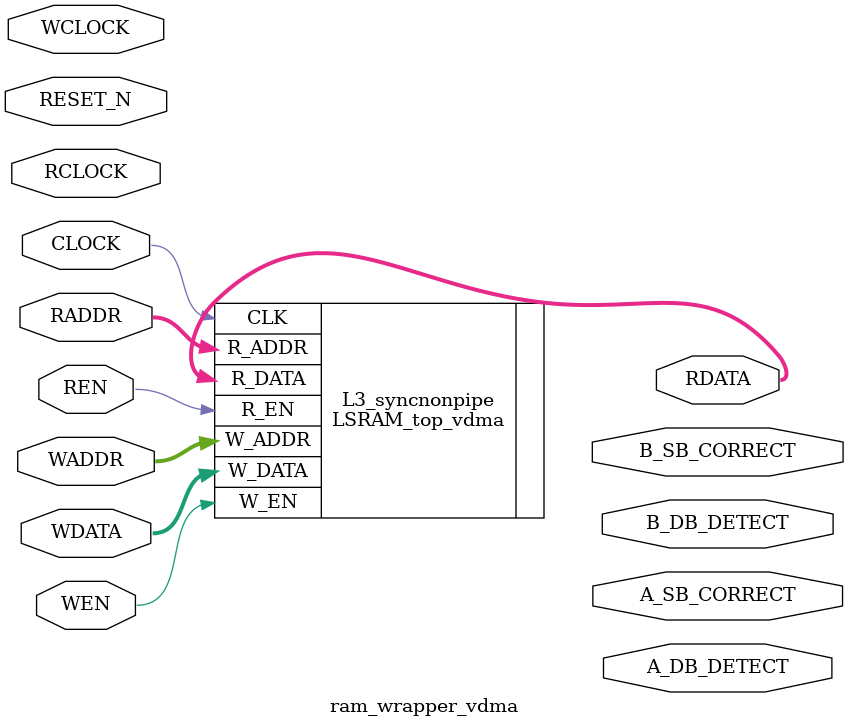
<source format=v>
 

`timescale 1 ns/100 ps
module ram_wrapper_vdma(
WDATA,  
WADDR,  
WEN,    
REN,    
RDATA,  
RADDR,  
RESET_N,
CLOCK,  
WCLOCK, 
A_SB_CORRECT, 
B_SB_CORRECT, 
A_DB_DETECT, 
B_DB_DETECT, 
RCLOCK  
);      
  

// --------------------------------------------------------------------------
// PARAMETER Declaration
// --------------------------------------------------------------------------
parameter                RWIDTH        = 32;  // Read  port Data Width
parameter                WWIDTH        = 32;  // Write port Data Width
parameter                RDEPTH        = 128; // Read  port Data Depth
parameter                WDEPTH        = 128; // Write port Data Depth
parameter                SYNC          = 0;   // Synchronous or Asynchronous operation | 1 - Single Clock, 0 - Dual clock
parameter                PIPE          = 1;   // Pipeline read data out
parameter                CTRL_TYPE     = 1;   // Controller only options | 1 - Controller Only, 2 - RAM1Kx18, 3 - RAM64x18
// --------------------------------------------------------------------------
// I/O Declaration
// --------------------------------------------------------------------------
input [WWIDTH - 1 : 0]   WDATA;  
input [(WDEPTH - 1) : 0] WADDR;  
input                    WEN;    
input                    REN;    
output [RWIDTH - 1 : 0]  RDATA;  
input [(RDEPTH - 1) : 0] RADDR;  
input                    RESET_N;
input                    WCLOCK; 
input                    RCLOCK; 
output                    A_SB_CORRECT; 
output                    B_SB_CORRECT; 
output                    A_DB_DETECT; 
output                    B_DB_DETECT; 
input                    CLOCK;  
  

LSRAM_top_vdma #(
                   .RWIDTH    (RWIDTH            ),
                   .WWIDTH    (WWIDTH            ),
                   .RDEPTH    (RDEPTH),
                   .WDEPTH    (WDEPTH)
)
L3_syncnonpipe (
.W_DATA    (WDATA   ),
.W_ADDR (WADDR   ),
.W_EN   (WEN     ),
.R_DATA    (RDATA   ),
.R_ADDR (RADDR   ),
.R_EN   (REN     ),
.CLK   (CLOCK   ) 
);


endmodule

</source>
